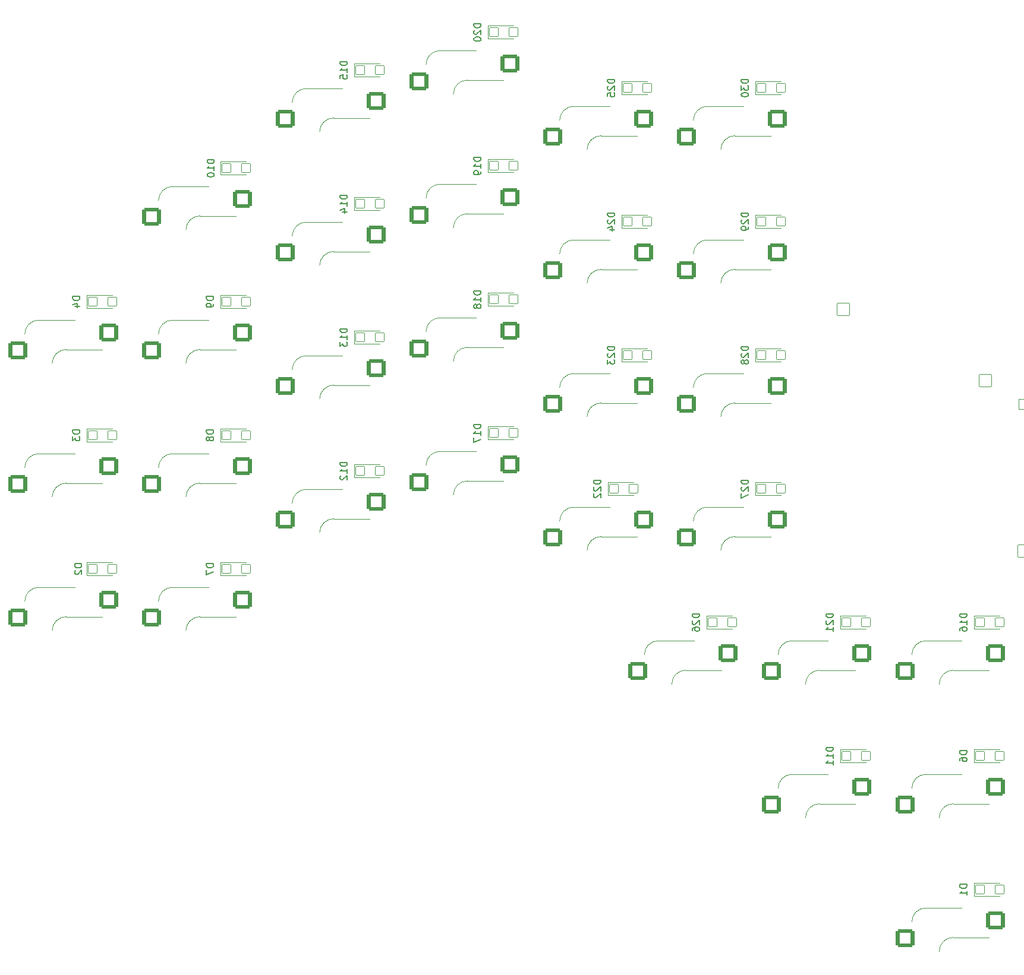
<source format=gbo>
G04 #@! TF.GenerationSoftware,KiCad,Pcbnew,8.0.6-8.0.6-0~ubuntu24.04.1*
G04 #@! TF.CreationDate,2025-02-09T13:09:52-05:00*
G04 #@! TF.ProjectId,keybird_left,6b657962-6972-4645-9f6c-6566742e6b69,rev?*
G04 #@! TF.SameCoordinates,Original*
G04 #@! TF.FileFunction,Legend,Bot*
G04 #@! TF.FilePolarity,Positive*
%FSLAX46Y46*%
G04 Gerber Fmt 4.6, Leading zero omitted, Abs format (unit mm)*
G04 Created by KiCad (PCBNEW 8.0.6-8.0.6-0~ubuntu24.04.1) date 2025-02-09 13:09:52*
%MOMM*%
%LPD*%
G01*
G04 APERTURE LIST*
G04 Aperture macros list*
%AMRoundRect*
0 Rectangle with rounded corners*
0 $1 Rounding radius*
0 $2 $3 $4 $5 $6 $7 $8 $9 X,Y pos of 4 corners*
0 Add a 4 corners polygon primitive as box body*
4,1,4,$2,$3,$4,$5,$6,$7,$8,$9,$2,$3,0*
0 Add four circle primitives for the rounded corners*
1,1,$1+$1,$2,$3*
1,1,$1+$1,$4,$5*
1,1,$1+$1,$6,$7*
1,1,$1+$1,$8,$9*
0 Add four rect primitives between the rounded corners*
20,1,$1+$1,$2,$3,$4,$5,0*
20,1,$1+$1,$4,$5,$6,$7,0*
20,1,$1+$1,$6,$7,$8,$9,0*
20,1,$1+$1,$8,$9,$2,$3,0*%
G04 Aperture macros list end*
%ADD10C,0.150000*%
%ADD11C,0.120000*%
%ADD12RoundRect,0.038000X-0.850000X-0.850000X0.850000X-0.850000X0.850000X0.850000X-0.850000X0.850000X0*%
%ADD13O,1.776000X1.776000*%
%ADD14C,2.576000*%
%ADD15C,1.826000*%
%ADD16C,3.126000*%
%ADD17C,4.076000*%
%ADD18RoundRect,0.257600X-1.055400X-1.030400X1.055400X-1.030400X1.055400X1.030400X-1.055400X1.030400X0*%
%ADD19RoundRect,0.038000X0.750000X-0.750000X0.750000X0.750000X-0.750000X0.750000X-0.750000X-0.750000X0*%
%ADD20C,1.676000*%
%ADD21RoundRect,0.038000X0.850000X0.850000X-0.850000X0.850000X-0.850000X-0.850000X0.850000X-0.850000X0*%
%ADD22RoundRect,0.038000X-0.600000X-0.600000X0.600000X-0.600000X0.600000X0.600000X-0.600000X0.600000X0*%
G04 APERTURE END LIST*
D10*
X50997922Y-111649073D02*
X49997922Y-111649073D01*
X49997922Y-111649073D02*
X49997922Y-111887168D01*
X49997922Y-111887168D02*
X50045541Y-112030025D01*
X50045541Y-112030025D02*
X50140779Y-112125263D01*
X50140779Y-112125263D02*
X50236017Y-112172882D01*
X50236017Y-112172882D02*
X50426493Y-112220501D01*
X50426493Y-112220501D02*
X50569350Y-112220501D01*
X50569350Y-112220501D02*
X50759826Y-112172882D01*
X50759826Y-112172882D02*
X50855064Y-112125263D01*
X50855064Y-112125263D02*
X50950303Y-112030025D01*
X50950303Y-112030025D02*
X50997922Y-111887168D01*
X50997922Y-111887168D02*
X50997922Y-111649073D01*
X49997922Y-112553835D02*
X49997922Y-113220501D01*
X49997922Y-113220501D02*
X50997922Y-112791930D01*
X89097922Y-53705382D02*
X88097922Y-53705382D01*
X88097922Y-53705382D02*
X88097922Y-53943477D01*
X88097922Y-53943477D02*
X88145541Y-54086334D01*
X88145541Y-54086334D02*
X88240779Y-54181572D01*
X88240779Y-54181572D02*
X88336017Y-54229191D01*
X88336017Y-54229191D02*
X88526493Y-54276810D01*
X88526493Y-54276810D02*
X88669350Y-54276810D01*
X88669350Y-54276810D02*
X88859826Y-54229191D01*
X88859826Y-54229191D02*
X88955064Y-54181572D01*
X88955064Y-54181572D02*
X89050303Y-54086334D01*
X89050303Y-54086334D02*
X89097922Y-53943477D01*
X89097922Y-53943477D02*
X89097922Y-53705382D01*
X89097922Y-55229191D02*
X89097922Y-54657763D01*
X89097922Y-54943477D02*
X88097922Y-54943477D01*
X88097922Y-54943477D02*
X88240779Y-54848239D01*
X88240779Y-54848239D02*
X88336017Y-54753001D01*
X88336017Y-54753001D02*
X88383636Y-54657763D01*
X89097922Y-55705382D02*
X89097922Y-55895858D01*
X89097922Y-55895858D02*
X89050303Y-55991096D01*
X89050303Y-55991096D02*
X89002683Y-56038715D01*
X89002683Y-56038715D02*
X88859826Y-56133953D01*
X88859826Y-56133953D02*
X88669350Y-56181572D01*
X88669350Y-56181572D02*
X88288398Y-56181572D01*
X88288398Y-56181572D02*
X88193160Y-56133953D01*
X88193160Y-56133953D02*
X88145541Y-56086334D01*
X88145541Y-56086334D02*
X88097922Y-55991096D01*
X88097922Y-55991096D02*
X88097922Y-55800620D01*
X88097922Y-55800620D02*
X88145541Y-55705382D01*
X88145541Y-55705382D02*
X88193160Y-55657763D01*
X88193160Y-55657763D02*
X88288398Y-55610144D01*
X88288398Y-55610144D02*
X88526493Y-55610144D01*
X88526493Y-55610144D02*
X88621731Y-55657763D01*
X88621731Y-55657763D02*
X88669350Y-55705382D01*
X88669350Y-55705382D02*
X88716969Y-55800620D01*
X88716969Y-55800620D02*
X88716969Y-55991096D01*
X88716969Y-55991096D02*
X88669350Y-56086334D01*
X88669350Y-56086334D02*
X88621731Y-56133953D01*
X88621731Y-56133953D02*
X88526493Y-56181572D01*
X70047922Y-40052882D02*
X69047922Y-40052882D01*
X69047922Y-40052882D02*
X69047922Y-40290977D01*
X69047922Y-40290977D02*
X69095541Y-40433834D01*
X69095541Y-40433834D02*
X69190779Y-40529072D01*
X69190779Y-40529072D02*
X69286017Y-40576691D01*
X69286017Y-40576691D02*
X69476493Y-40624310D01*
X69476493Y-40624310D02*
X69619350Y-40624310D01*
X69619350Y-40624310D02*
X69809826Y-40576691D01*
X69809826Y-40576691D02*
X69905064Y-40529072D01*
X69905064Y-40529072D02*
X70000303Y-40433834D01*
X70000303Y-40433834D02*
X70047922Y-40290977D01*
X70047922Y-40290977D02*
X70047922Y-40052882D01*
X70047922Y-41576691D02*
X70047922Y-41005263D01*
X70047922Y-41290977D02*
X69047922Y-41290977D01*
X69047922Y-41290977D02*
X69190779Y-41195739D01*
X69190779Y-41195739D02*
X69286017Y-41100501D01*
X69286017Y-41100501D02*
X69333636Y-41005263D01*
X69047922Y-42481453D02*
X69047922Y-42005263D01*
X69047922Y-42005263D02*
X69524112Y-41957644D01*
X69524112Y-41957644D02*
X69476493Y-42005263D01*
X69476493Y-42005263D02*
X69428874Y-42100501D01*
X69428874Y-42100501D02*
X69428874Y-42338596D01*
X69428874Y-42338596D02*
X69476493Y-42433834D01*
X69476493Y-42433834D02*
X69524112Y-42481453D01*
X69524112Y-42481453D02*
X69619350Y-42529072D01*
X69619350Y-42529072D02*
X69857445Y-42529072D01*
X69857445Y-42529072D02*
X69952683Y-42481453D01*
X69952683Y-42481453D02*
X70000303Y-42433834D01*
X70000303Y-42433834D02*
X70047922Y-42338596D01*
X70047922Y-42338596D02*
X70047922Y-42100501D01*
X70047922Y-42100501D02*
X70000303Y-42005263D01*
X70000303Y-42005263D02*
X69952683Y-41957644D01*
X89097922Y-91805382D02*
X88097922Y-91805382D01*
X88097922Y-91805382D02*
X88097922Y-92043477D01*
X88097922Y-92043477D02*
X88145541Y-92186334D01*
X88145541Y-92186334D02*
X88240779Y-92281572D01*
X88240779Y-92281572D02*
X88336017Y-92329191D01*
X88336017Y-92329191D02*
X88526493Y-92376810D01*
X88526493Y-92376810D02*
X88669350Y-92376810D01*
X88669350Y-92376810D02*
X88859826Y-92329191D01*
X88859826Y-92329191D02*
X88955064Y-92281572D01*
X88955064Y-92281572D02*
X89050303Y-92186334D01*
X89050303Y-92186334D02*
X89097922Y-92043477D01*
X89097922Y-92043477D02*
X89097922Y-91805382D01*
X89097922Y-93329191D02*
X89097922Y-92757763D01*
X89097922Y-93043477D02*
X88097922Y-93043477D01*
X88097922Y-93043477D02*
X88240779Y-92948239D01*
X88240779Y-92948239D02*
X88336017Y-92853001D01*
X88336017Y-92853001D02*
X88383636Y-92757763D01*
X88097922Y-93662525D02*
X88097922Y-94329191D01*
X88097922Y-94329191D02*
X89097922Y-93900620D01*
X108147922Y-61642882D02*
X107147922Y-61642882D01*
X107147922Y-61642882D02*
X107147922Y-61880977D01*
X107147922Y-61880977D02*
X107195541Y-62023834D01*
X107195541Y-62023834D02*
X107290779Y-62119072D01*
X107290779Y-62119072D02*
X107386017Y-62166691D01*
X107386017Y-62166691D02*
X107576493Y-62214310D01*
X107576493Y-62214310D02*
X107719350Y-62214310D01*
X107719350Y-62214310D02*
X107909826Y-62166691D01*
X107909826Y-62166691D02*
X108005064Y-62119072D01*
X108005064Y-62119072D02*
X108100303Y-62023834D01*
X108100303Y-62023834D02*
X108147922Y-61880977D01*
X108147922Y-61880977D02*
X108147922Y-61642882D01*
X107243160Y-62595263D02*
X107195541Y-62642882D01*
X107195541Y-62642882D02*
X107147922Y-62738120D01*
X107147922Y-62738120D02*
X107147922Y-62976215D01*
X107147922Y-62976215D02*
X107195541Y-63071453D01*
X107195541Y-63071453D02*
X107243160Y-63119072D01*
X107243160Y-63119072D02*
X107338398Y-63166691D01*
X107338398Y-63166691D02*
X107433636Y-63166691D01*
X107433636Y-63166691D02*
X107576493Y-63119072D01*
X107576493Y-63119072D02*
X108147922Y-62547644D01*
X108147922Y-62547644D02*
X108147922Y-63166691D01*
X107481255Y-64023834D02*
X108147922Y-64023834D01*
X107100303Y-63785739D02*
X107814588Y-63547644D01*
X107814588Y-63547644D02*
X107814588Y-64166691D01*
X108147922Y-42592882D02*
X107147922Y-42592882D01*
X107147922Y-42592882D02*
X107147922Y-42830977D01*
X107147922Y-42830977D02*
X107195541Y-42973834D01*
X107195541Y-42973834D02*
X107290779Y-43069072D01*
X107290779Y-43069072D02*
X107386017Y-43116691D01*
X107386017Y-43116691D02*
X107576493Y-43164310D01*
X107576493Y-43164310D02*
X107719350Y-43164310D01*
X107719350Y-43164310D02*
X107909826Y-43116691D01*
X107909826Y-43116691D02*
X108005064Y-43069072D01*
X108005064Y-43069072D02*
X108100303Y-42973834D01*
X108100303Y-42973834D02*
X108147922Y-42830977D01*
X108147922Y-42830977D02*
X108147922Y-42592882D01*
X107243160Y-43545263D02*
X107195541Y-43592882D01*
X107195541Y-43592882D02*
X107147922Y-43688120D01*
X107147922Y-43688120D02*
X107147922Y-43926215D01*
X107147922Y-43926215D02*
X107195541Y-44021453D01*
X107195541Y-44021453D02*
X107243160Y-44069072D01*
X107243160Y-44069072D02*
X107338398Y-44116691D01*
X107338398Y-44116691D02*
X107433636Y-44116691D01*
X107433636Y-44116691D02*
X107576493Y-44069072D01*
X107576493Y-44069072D02*
X108147922Y-43497644D01*
X108147922Y-43497644D02*
X108147922Y-44116691D01*
X107147922Y-45021453D02*
X107147922Y-44545263D01*
X107147922Y-44545263D02*
X107624112Y-44497644D01*
X107624112Y-44497644D02*
X107576493Y-44545263D01*
X107576493Y-44545263D02*
X107528874Y-44640501D01*
X107528874Y-44640501D02*
X107528874Y-44878596D01*
X107528874Y-44878596D02*
X107576493Y-44973834D01*
X107576493Y-44973834D02*
X107624112Y-45021453D01*
X107624112Y-45021453D02*
X107719350Y-45069072D01*
X107719350Y-45069072D02*
X107957445Y-45069072D01*
X107957445Y-45069072D02*
X108052683Y-45021453D01*
X108052683Y-45021453D02*
X108100303Y-44973834D01*
X108100303Y-44973834D02*
X108147922Y-44878596D01*
X108147922Y-44878596D02*
X108147922Y-44640501D01*
X108147922Y-44640501D02*
X108100303Y-44545263D01*
X108100303Y-44545263D02*
X108052683Y-44497644D01*
X50997922Y-73549073D02*
X49997922Y-73549073D01*
X49997922Y-73549073D02*
X49997922Y-73787168D01*
X49997922Y-73787168D02*
X50045541Y-73930025D01*
X50045541Y-73930025D02*
X50140779Y-74025263D01*
X50140779Y-74025263D02*
X50236017Y-74072882D01*
X50236017Y-74072882D02*
X50426493Y-74120501D01*
X50426493Y-74120501D02*
X50569350Y-74120501D01*
X50569350Y-74120501D02*
X50759826Y-74072882D01*
X50759826Y-74072882D02*
X50855064Y-74025263D01*
X50855064Y-74025263D02*
X50950303Y-73930025D01*
X50950303Y-73930025D02*
X50997922Y-73787168D01*
X50997922Y-73787168D02*
X50997922Y-73549073D01*
X50997922Y-74596692D02*
X50997922Y-74787168D01*
X50997922Y-74787168D02*
X50950303Y-74882406D01*
X50950303Y-74882406D02*
X50902683Y-74930025D01*
X50902683Y-74930025D02*
X50759826Y-75025263D01*
X50759826Y-75025263D02*
X50569350Y-75072882D01*
X50569350Y-75072882D02*
X50188398Y-75072882D01*
X50188398Y-75072882D02*
X50093160Y-75025263D01*
X50093160Y-75025263D02*
X50045541Y-74977644D01*
X50045541Y-74977644D02*
X49997922Y-74882406D01*
X49997922Y-74882406D02*
X49997922Y-74691930D01*
X49997922Y-74691930D02*
X50045541Y-74596692D01*
X50045541Y-74596692D02*
X50093160Y-74549073D01*
X50093160Y-74549073D02*
X50188398Y-74501454D01*
X50188398Y-74501454D02*
X50426493Y-74501454D01*
X50426493Y-74501454D02*
X50521731Y-74549073D01*
X50521731Y-74549073D02*
X50569350Y-74596692D01*
X50569350Y-74596692D02*
X50616969Y-74691930D01*
X50616969Y-74691930D02*
X50616969Y-74882406D01*
X50616969Y-74882406D02*
X50569350Y-74977644D01*
X50569350Y-74977644D02*
X50521731Y-75025263D01*
X50521731Y-75025263D02*
X50426493Y-75072882D01*
X51104712Y-54013218D02*
X50104712Y-54013218D01*
X50104712Y-54013218D02*
X50104712Y-54251313D01*
X50104712Y-54251313D02*
X50152331Y-54394170D01*
X50152331Y-54394170D02*
X50247569Y-54489408D01*
X50247569Y-54489408D02*
X50342807Y-54537027D01*
X50342807Y-54537027D02*
X50533283Y-54584646D01*
X50533283Y-54584646D02*
X50676140Y-54584646D01*
X50676140Y-54584646D02*
X50866616Y-54537027D01*
X50866616Y-54537027D02*
X50961854Y-54489408D01*
X50961854Y-54489408D02*
X51057093Y-54394170D01*
X51057093Y-54394170D02*
X51104712Y-54251313D01*
X51104712Y-54251313D02*
X51104712Y-54013218D01*
X51104712Y-55537027D02*
X51104712Y-54965599D01*
X51104712Y-55251313D02*
X50104712Y-55251313D01*
X50104712Y-55251313D02*
X50247569Y-55156075D01*
X50247569Y-55156075D02*
X50342807Y-55060837D01*
X50342807Y-55060837D02*
X50390426Y-54965599D01*
X50104712Y-56156075D02*
X50104712Y-56251313D01*
X50104712Y-56251313D02*
X50152331Y-56346551D01*
X50152331Y-56346551D02*
X50199950Y-56394170D01*
X50199950Y-56394170D02*
X50295188Y-56441789D01*
X50295188Y-56441789D02*
X50485664Y-56489408D01*
X50485664Y-56489408D02*
X50723759Y-56489408D01*
X50723759Y-56489408D02*
X50914235Y-56441789D01*
X50914235Y-56441789D02*
X51009473Y-56394170D01*
X51009473Y-56394170D02*
X51057093Y-56346551D01*
X51057093Y-56346551D02*
X51104712Y-56251313D01*
X51104712Y-56251313D02*
X51104712Y-56156075D01*
X51104712Y-56156075D02*
X51057093Y-56060837D01*
X51057093Y-56060837D02*
X51009473Y-56013218D01*
X51009473Y-56013218D02*
X50914235Y-55965599D01*
X50914235Y-55965599D02*
X50723759Y-55917980D01*
X50723759Y-55917980D02*
X50485664Y-55917980D01*
X50485664Y-55917980D02*
X50295188Y-55965599D01*
X50295188Y-55965599D02*
X50199950Y-56013218D01*
X50199950Y-56013218D02*
X50152331Y-56060837D01*
X50152331Y-56060837D02*
X50104712Y-56156075D01*
X70047922Y-97202882D02*
X69047922Y-97202882D01*
X69047922Y-97202882D02*
X69047922Y-97440977D01*
X69047922Y-97440977D02*
X69095541Y-97583834D01*
X69095541Y-97583834D02*
X69190779Y-97679072D01*
X69190779Y-97679072D02*
X69286017Y-97726691D01*
X69286017Y-97726691D02*
X69476493Y-97774310D01*
X69476493Y-97774310D02*
X69619350Y-97774310D01*
X69619350Y-97774310D02*
X69809826Y-97726691D01*
X69809826Y-97726691D02*
X69905064Y-97679072D01*
X69905064Y-97679072D02*
X70000303Y-97583834D01*
X70000303Y-97583834D02*
X70047922Y-97440977D01*
X70047922Y-97440977D02*
X70047922Y-97202882D01*
X70047922Y-98726691D02*
X70047922Y-98155263D01*
X70047922Y-98440977D02*
X69047922Y-98440977D01*
X69047922Y-98440977D02*
X69190779Y-98345739D01*
X69190779Y-98345739D02*
X69286017Y-98250501D01*
X69286017Y-98250501D02*
X69333636Y-98155263D01*
X69143160Y-99107644D02*
X69095541Y-99155263D01*
X69095541Y-99155263D02*
X69047922Y-99250501D01*
X69047922Y-99250501D02*
X69047922Y-99488596D01*
X69047922Y-99488596D02*
X69095541Y-99583834D01*
X69095541Y-99583834D02*
X69143160Y-99631453D01*
X69143160Y-99631453D02*
X69238398Y-99679072D01*
X69238398Y-99679072D02*
X69333636Y-99679072D01*
X69333636Y-99679072D02*
X69476493Y-99631453D01*
X69476493Y-99631453D02*
X70047922Y-99060025D01*
X70047922Y-99060025D02*
X70047922Y-99679072D01*
X31947922Y-92599073D02*
X30947922Y-92599073D01*
X30947922Y-92599073D02*
X30947922Y-92837168D01*
X30947922Y-92837168D02*
X30995541Y-92980025D01*
X30995541Y-92980025D02*
X31090779Y-93075263D01*
X31090779Y-93075263D02*
X31186017Y-93122882D01*
X31186017Y-93122882D02*
X31376493Y-93170501D01*
X31376493Y-93170501D02*
X31519350Y-93170501D01*
X31519350Y-93170501D02*
X31709826Y-93122882D01*
X31709826Y-93122882D02*
X31805064Y-93075263D01*
X31805064Y-93075263D02*
X31900303Y-92980025D01*
X31900303Y-92980025D02*
X31947922Y-92837168D01*
X31947922Y-92837168D02*
X31947922Y-92599073D01*
X30947922Y-93503835D02*
X30947922Y-94122882D01*
X30947922Y-94122882D02*
X31328874Y-93789549D01*
X31328874Y-93789549D02*
X31328874Y-93932406D01*
X31328874Y-93932406D02*
X31376493Y-94027644D01*
X31376493Y-94027644D02*
X31424112Y-94075263D01*
X31424112Y-94075263D02*
X31519350Y-94122882D01*
X31519350Y-94122882D02*
X31757445Y-94122882D01*
X31757445Y-94122882D02*
X31852683Y-94075263D01*
X31852683Y-94075263D02*
X31900303Y-94027644D01*
X31900303Y-94027644D02*
X31947922Y-93932406D01*
X31947922Y-93932406D02*
X31947922Y-93646692D01*
X31947922Y-93646692D02*
X31900303Y-93551454D01*
X31900303Y-93551454D02*
X31852683Y-93503835D01*
X158312922Y-118792882D02*
X157312922Y-118792882D01*
X157312922Y-118792882D02*
X157312922Y-119030977D01*
X157312922Y-119030977D02*
X157360541Y-119173834D01*
X157360541Y-119173834D02*
X157455779Y-119269072D01*
X157455779Y-119269072D02*
X157551017Y-119316691D01*
X157551017Y-119316691D02*
X157741493Y-119364310D01*
X157741493Y-119364310D02*
X157884350Y-119364310D01*
X157884350Y-119364310D02*
X158074826Y-119316691D01*
X158074826Y-119316691D02*
X158170064Y-119269072D01*
X158170064Y-119269072D02*
X158265303Y-119173834D01*
X158265303Y-119173834D02*
X158312922Y-119030977D01*
X158312922Y-119030977D02*
X158312922Y-118792882D01*
X158312922Y-120316691D02*
X158312922Y-119745263D01*
X158312922Y-120030977D02*
X157312922Y-120030977D01*
X157312922Y-120030977D02*
X157455779Y-119935739D01*
X157455779Y-119935739D02*
X157551017Y-119840501D01*
X157551017Y-119840501D02*
X157598636Y-119745263D01*
X157312922Y-121173834D02*
X157312922Y-120983358D01*
X157312922Y-120983358D02*
X157360541Y-120888120D01*
X157360541Y-120888120D02*
X157408160Y-120840501D01*
X157408160Y-120840501D02*
X157551017Y-120745263D01*
X157551017Y-120745263D02*
X157741493Y-120697644D01*
X157741493Y-120697644D02*
X158122445Y-120697644D01*
X158122445Y-120697644D02*
X158217683Y-120745263D01*
X158217683Y-120745263D02*
X158265303Y-120792882D01*
X158265303Y-120792882D02*
X158312922Y-120888120D01*
X158312922Y-120888120D02*
X158312922Y-121078596D01*
X158312922Y-121078596D02*
X158265303Y-121173834D01*
X158265303Y-121173834D02*
X158217683Y-121221453D01*
X158217683Y-121221453D02*
X158122445Y-121269072D01*
X158122445Y-121269072D02*
X157884350Y-121269072D01*
X157884350Y-121269072D02*
X157789112Y-121221453D01*
X157789112Y-121221453D02*
X157741493Y-121173834D01*
X157741493Y-121173834D02*
X157693874Y-121078596D01*
X157693874Y-121078596D02*
X157693874Y-120888120D01*
X157693874Y-120888120D02*
X157741493Y-120792882D01*
X157741493Y-120792882D02*
X157789112Y-120745263D01*
X157789112Y-120745263D02*
X157884350Y-120697644D01*
X127197922Y-99742882D02*
X126197922Y-99742882D01*
X126197922Y-99742882D02*
X126197922Y-99980977D01*
X126197922Y-99980977D02*
X126245541Y-100123834D01*
X126245541Y-100123834D02*
X126340779Y-100219072D01*
X126340779Y-100219072D02*
X126436017Y-100266691D01*
X126436017Y-100266691D02*
X126626493Y-100314310D01*
X126626493Y-100314310D02*
X126769350Y-100314310D01*
X126769350Y-100314310D02*
X126959826Y-100266691D01*
X126959826Y-100266691D02*
X127055064Y-100219072D01*
X127055064Y-100219072D02*
X127150303Y-100123834D01*
X127150303Y-100123834D02*
X127197922Y-99980977D01*
X127197922Y-99980977D02*
X127197922Y-99742882D01*
X126293160Y-100695263D02*
X126245541Y-100742882D01*
X126245541Y-100742882D02*
X126197922Y-100838120D01*
X126197922Y-100838120D02*
X126197922Y-101076215D01*
X126197922Y-101076215D02*
X126245541Y-101171453D01*
X126245541Y-101171453D02*
X126293160Y-101219072D01*
X126293160Y-101219072D02*
X126388398Y-101266691D01*
X126388398Y-101266691D02*
X126483636Y-101266691D01*
X126483636Y-101266691D02*
X126626493Y-101219072D01*
X126626493Y-101219072D02*
X127197922Y-100647644D01*
X127197922Y-100647644D02*
X127197922Y-101266691D01*
X126197922Y-101600025D02*
X126197922Y-102266691D01*
X126197922Y-102266691D02*
X127197922Y-101838120D01*
X70047922Y-78152882D02*
X69047922Y-78152882D01*
X69047922Y-78152882D02*
X69047922Y-78390977D01*
X69047922Y-78390977D02*
X69095541Y-78533834D01*
X69095541Y-78533834D02*
X69190779Y-78629072D01*
X69190779Y-78629072D02*
X69286017Y-78676691D01*
X69286017Y-78676691D02*
X69476493Y-78724310D01*
X69476493Y-78724310D02*
X69619350Y-78724310D01*
X69619350Y-78724310D02*
X69809826Y-78676691D01*
X69809826Y-78676691D02*
X69905064Y-78629072D01*
X69905064Y-78629072D02*
X70000303Y-78533834D01*
X70000303Y-78533834D02*
X70047922Y-78390977D01*
X70047922Y-78390977D02*
X70047922Y-78152882D01*
X70047922Y-79676691D02*
X70047922Y-79105263D01*
X70047922Y-79390977D02*
X69047922Y-79390977D01*
X69047922Y-79390977D02*
X69190779Y-79295739D01*
X69190779Y-79295739D02*
X69286017Y-79200501D01*
X69286017Y-79200501D02*
X69333636Y-79105263D01*
X69047922Y-80010025D02*
X69047922Y-80629072D01*
X69047922Y-80629072D02*
X69428874Y-80295739D01*
X69428874Y-80295739D02*
X69428874Y-80438596D01*
X69428874Y-80438596D02*
X69476493Y-80533834D01*
X69476493Y-80533834D02*
X69524112Y-80581453D01*
X69524112Y-80581453D02*
X69619350Y-80629072D01*
X69619350Y-80629072D02*
X69857445Y-80629072D01*
X69857445Y-80629072D02*
X69952683Y-80581453D01*
X69952683Y-80581453D02*
X70000303Y-80533834D01*
X70000303Y-80533834D02*
X70047922Y-80438596D01*
X70047922Y-80438596D02*
X70047922Y-80152882D01*
X70047922Y-80152882D02*
X70000303Y-80057644D01*
X70000303Y-80057644D02*
X69952683Y-80010025D01*
X127197922Y-61642882D02*
X126197922Y-61642882D01*
X126197922Y-61642882D02*
X126197922Y-61880977D01*
X126197922Y-61880977D02*
X126245541Y-62023834D01*
X126245541Y-62023834D02*
X126340779Y-62119072D01*
X126340779Y-62119072D02*
X126436017Y-62166691D01*
X126436017Y-62166691D02*
X126626493Y-62214310D01*
X126626493Y-62214310D02*
X126769350Y-62214310D01*
X126769350Y-62214310D02*
X126959826Y-62166691D01*
X126959826Y-62166691D02*
X127055064Y-62119072D01*
X127055064Y-62119072D02*
X127150303Y-62023834D01*
X127150303Y-62023834D02*
X127197922Y-61880977D01*
X127197922Y-61880977D02*
X127197922Y-61642882D01*
X126293160Y-62595263D02*
X126245541Y-62642882D01*
X126245541Y-62642882D02*
X126197922Y-62738120D01*
X126197922Y-62738120D02*
X126197922Y-62976215D01*
X126197922Y-62976215D02*
X126245541Y-63071453D01*
X126245541Y-63071453D02*
X126293160Y-63119072D01*
X126293160Y-63119072D02*
X126388398Y-63166691D01*
X126388398Y-63166691D02*
X126483636Y-63166691D01*
X126483636Y-63166691D02*
X126626493Y-63119072D01*
X126626493Y-63119072D02*
X127197922Y-62547644D01*
X127197922Y-62547644D02*
X127197922Y-63166691D01*
X127197922Y-63642882D02*
X127197922Y-63833358D01*
X127197922Y-63833358D02*
X127150303Y-63928596D01*
X127150303Y-63928596D02*
X127102683Y-63976215D01*
X127102683Y-63976215D02*
X126959826Y-64071453D01*
X126959826Y-64071453D02*
X126769350Y-64119072D01*
X126769350Y-64119072D02*
X126388398Y-64119072D01*
X126388398Y-64119072D02*
X126293160Y-64071453D01*
X126293160Y-64071453D02*
X126245541Y-64023834D01*
X126245541Y-64023834D02*
X126197922Y-63928596D01*
X126197922Y-63928596D02*
X126197922Y-63738120D01*
X126197922Y-63738120D02*
X126245541Y-63642882D01*
X126245541Y-63642882D02*
X126293160Y-63595263D01*
X126293160Y-63595263D02*
X126388398Y-63547644D01*
X126388398Y-63547644D02*
X126626493Y-63547644D01*
X126626493Y-63547644D02*
X126721731Y-63595263D01*
X126721731Y-63595263D02*
X126769350Y-63642882D01*
X126769350Y-63642882D02*
X126816969Y-63738120D01*
X126816969Y-63738120D02*
X126816969Y-63928596D01*
X126816969Y-63928596D02*
X126769350Y-64023834D01*
X126769350Y-64023834D02*
X126721731Y-64071453D01*
X126721731Y-64071453D02*
X126626493Y-64119072D01*
X89097922Y-34655382D02*
X88097922Y-34655382D01*
X88097922Y-34655382D02*
X88097922Y-34893477D01*
X88097922Y-34893477D02*
X88145541Y-35036334D01*
X88145541Y-35036334D02*
X88240779Y-35131572D01*
X88240779Y-35131572D02*
X88336017Y-35179191D01*
X88336017Y-35179191D02*
X88526493Y-35226810D01*
X88526493Y-35226810D02*
X88669350Y-35226810D01*
X88669350Y-35226810D02*
X88859826Y-35179191D01*
X88859826Y-35179191D02*
X88955064Y-35131572D01*
X88955064Y-35131572D02*
X89050303Y-35036334D01*
X89050303Y-35036334D02*
X89097922Y-34893477D01*
X89097922Y-34893477D02*
X89097922Y-34655382D01*
X88193160Y-35607763D02*
X88145541Y-35655382D01*
X88145541Y-35655382D02*
X88097922Y-35750620D01*
X88097922Y-35750620D02*
X88097922Y-35988715D01*
X88097922Y-35988715D02*
X88145541Y-36083953D01*
X88145541Y-36083953D02*
X88193160Y-36131572D01*
X88193160Y-36131572D02*
X88288398Y-36179191D01*
X88288398Y-36179191D02*
X88383636Y-36179191D01*
X88383636Y-36179191D02*
X88526493Y-36131572D01*
X88526493Y-36131572D02*
X89097922Y-35560144D01*
X89097922Y-35560144D02*
X89097922Y-36179191D01*
X88097922Y-36798239D02*
X88097922Y-36893477D01*
X88097922Y-36893477D02*
X88145541Y-36988715D01*
X88145541Y-36988715D02*
X88193160Y-37036334D01*
X88193160Y-37036334D02*
X88288398Y-37083953D01*
X88288398Y-37083953D02*
X88478874Y-37131572D01*
X88478874Y-37131572D02*
X88716969Y-37131572D01*
X88716969Y-37131572D02*
X88907445Y-37083953D01*
X88907445Y-37083953D02*
X89002683Y-37036334D01*
X89002683Y-37036334D02*
X89050303Y-36988715D01*
X89050303Y-36988715D02*
X89097922Y-36893477D01*
X89097922Y-36893477D02*
X89097922Y-36798239D01*
X89097922Y-36798239D02*
X89050303Y-36703001D01*
X89050303Y-36703001D02*
X89002683Y-36655382D01*
X89002683Y-36655382D02*
X88907445Y-36607763D01*
X88907445Y-36607763D02*
X88716969Y-36560144D01*
X88716969Y-36560144D02*
X88478874Y-36560144D01*
X88478874Y-36560144D02*
X88288398Y-36607763D01*
X88288398Y-36607763D02*
X88193160Y-36655382D01*
X88193160Y-36655382D02*
X88145541Y-36703001D01*
X88145541Y-36703001D02*
X88097922Y-36798239D01*
X139262922Y-118792882D02*
X138262922Y-118792882D01*
X138262922Y-118792882D02*
X138262922Y-119030977D01*
X138262922Y-119030977D02*
X138310541Y-119173834D01*
X138310541Y-119173834D02*
X138405779Y-119269072D01*
X138405779Y-119269072D02*
X138501017Y-119316691D01*
X138501017Y-119316691D02*
X138691493Y-119364310D01*
X138691493Y-119364310D02*
X138834350Y-119364310D01*
X138834350Y-119364310D02*
X139024826Y-119316691D01*
X139024826Y-119316691D02*
X139120064Y-119269072D01*
X139120064Y-119269072D02*
X139215303Y-119173834D01*
X139215303Y-119173834D02*
X139262922Y-119030977D01*
X139262922Y-119030977D02*
X139262922Y-118792882D01*
X138358160Y-119745263D02*
X138310541Y-119792882D01*
X138310541Y-119792882D02*
X138262922Y-119888120D01*
X138262922Y-119888120D02*
X138262922Y-120126215D01*
X138262922Y-120126215D02*
X138310541Y-120221453D01*
X138310541Y-120221453D02*
X138358160Y-120269072D01*
X138358160Y-120269072D02*
X138453398Y-120316691D01*
X138453398Y-120316691D02*
X138548636Y-120316691D01*
X138548636Y-120316691D02*
X138691493Y-120269072D01*
X138691493Y-120269072D02*
X139262922Y-119697644D01*
X139262922Y-119697644D02*
X139262922Y-120316691D01*
X139262922Y-121269072D02*
X139262922Y-120697644D01*
X139262922Y-120983358D02*
X138262922Y-120983358D01*
X138262922Y-120983358D02*
X138405779Y-120888120D01*
X138405779Y-120888120D02*
X138501017Y-120792882D01*
X138501017Y-120792882D02*
X138548636Y-120697644D01*
X32220463Y-111651319D02*
X31220463Y-111651319D01*
X31220463Y-111651319D02*
X31220463Y-111889414D01*
X31220463Y-111889414D02*
X31268082Y-112032271D01*
X31268082Y-112032271D02*
X31363320Y-112127509D01*
X31363320Y-112127509D02*
X31458558Y-112175128D01*
X31458558Y-112175128D02*
X31649034Y-112222747D01*
X31649034Y-112222747D02*
X31791891Y-112222747D01*
X31791891Y-112222747D02*
X31982367Y-112175128D01*
X31982367Y-112175128D02*
X32077605Y-112127509D01*
X32077605Y-112127509D02*
X32172844Y-112032271D01*
X32172844Y-112032271D02*
X32220463Y-111889414D01*
X32220463Y-111889414D02*
X32220463Y-111651319D01*
X31315701Y-112603700D02*
X31268082Y-112651319D01*
X31268082Y-112651319D02*
X31220463Y-112746557D01*
X31220463Y-112746557D02*
X31220463Y-112984652D01*
X31220463Y-112984652D02*
X31268082Y-113079890D01*
X31268082Y-113079890D02*
X31315701Y-113127509D01*
X31315701Y-113127509D02*
X31410939Y-113175128D01*
X31410939Y-113175128D02*
X31506177Y-113175128D01*
X31506177Y-113175128D02*
X31649034Y-113127509D01*
X31649034Y-113127509D02*
X32220463Y-112556081D01*
X32220463Y-112556081D02*
X32220463Y-113175128D01*
X50997922Y-92599073D02*
X49997922Y-92599073D01*
X49997922Y-92599073D02*
X49997922Y-92837168D01*
X49997922Y-92837168D02*
X50045541Y-92980025D01*
X50045541Y-92980025D02*
X50140779Y-93075263D01*
X50140779Y-93075263D02*
X50236017Y-93122882D01*
X50236017Y-93122882D02*
X50426493Y-93170501D01*
X50426493Y-93170501D02*
X50569350Y-93170501D01*
X50569350Y-93170501D02*
X50759826Y-93122882D01*
X50759826Y-93122882D02*
X50855064Y-93075263D01*
X50855064Y-93075263D02*
X50950303Y-92980025D01*
X50950303Y-92980025D02*
X50997922Y-92837168D01*
X50997922Y-92837168D02*
X50997922Y-92599073D01*
X50426493Y-93741930D02*
X50378874Y-93646692D01*
X50378874Y-93646692D02*
X50331255Y-93599073D01*
X50331255Y-93599073D02*
X50236017Y-93551454D01*
X50236017Y-93551454D02*
X50188398Y-93551454D01*
X50188398Y-93551454D02*
X50093160Y-93599073D01*
X50093160Y-93599073D02*
X50045541Y-93646692D01*
X50045541Y-93646692D02*
X49997922Y-93741930D01*
X49997922Y-93741930D02*
X49997922Y-93932406D01*
X49997922Y-93932406D02*
X50045541Y-94027644D01*
X50045541Y-94027644D02*
X50093160Y-94075263D01*
X50093160Y-94075263D02*
X50188398Y-94122882D01*
X50188398Y-94122882D02*
X50236017Y-94122882D01*
X50236017Y-94122882D02*
X50331255Y-94075263D01*
X50331255Y-94075263D02*
X50378874Y-94027644D01*
X50378874Y-94027644D02*
X50426493Y-93932406D01*
X50426493Y-93932406D02*
X50426493Y-93741930D01*
X50426493Y-93741930D02*
X50474112Y-93646692D01*
X50474112Y-93646692D02*
X50521731Y-93599073D01*
X50521731Y-93599073D02*
X50616969Y-93551454D01*
X50616969Y-93551454D02*
X50807445Y-93551454D01*
X50807445Y-93551454D02*
X50902683Y-93599073D01*
X50902683Y-93599073D02*
X50950303Y-93646692D01*
X50950303Y-93646692D02*
X50997922Y-93741930D01*
X50997922Y-93741930D02*
X50997922Y-93932406D01*
X50997922Y-93932406D02*
X50950303Y-94027644D01*
X50950303Y-94027644D02*
X50902683Y-94075263D01*
X50902683Y-94075263D02*
X50807445Y-94122882D01*
X50807445Y-94122882D02*
X50616969Y-94122882D01*
X50616969Y-94122882D02*
X50521731Y-94075263D01*
X50521731Y-94075263D02*
X50474112Y-94027644D01*
X50474112Y-94027644D02*
X50426493Y-93932406D01*
X120212922Y-118792882D02*
X119212922Y-118792882D01*
X119212922Y-118792882D02*
X119212922Y-119030977D01*
X119212922Y-119030977D02*
X119260541Y-119173834D01*
X119260541Y-119173834D02*
X119355779Y-119269072D01*
X119355779Y-119269072D02*
X119451017Y-119316691D01*
X119451017Y-119316691D02*
X119641493Y-119364310D01*
X119641493Y-119364310D02*
X119784350Y-119364310D01*
X119784350Y-119364310D02*
X119974826Y-119316691D01*
X119974826Y-119316691D02*
X120070064Y-119269072D01*
X120070064Y-119269072D02*
X120165303Y-119173834D01*
X120165303Y-119173834D02*
X120212922Y-119030977D01*
X120212922Y-119030977D02*
X120212922Y-118792882D01*
X119308160Y-119745263D02*
X119260541Y-119792882D01*
X119260541Y-119792882D02*
X119212922Y-119888120D01*
X119212922Y-119888120D02*
X119212922Y-120126215D01*
X119212922Y-120126215D02*
X119260541Y-120221453D01*
X119260541Y-120221453D02*
X119308160Y-120269072D01*
X119308160Y-120269072D02*
X119403398Y-120316691D01*
X119403398Y-120316691D02*
X119498636Y-120316691D01*
X119498636Y-120316691D02*
X119641493Y-120269072D01*
X119641493Y-120269072D02*
X120212922Y-119697644D01*
X120212922Y-119697644D02*
X120212922Y-120316691D01*
X119212922Y-121173834D02*
X119212922Y-120983358D01*
X119212922Y-120983358D02*
X119260541Y-120888120D01*
X119260541Y-120888120D02*
X119308160Y-120840501D01*
X119308160Y-120840501D02*
X119451017Y-120745263D01*
X119451017Y-120745263D02*
X119641493Y-120697644D01*
X119641493Y-120697644D02*
X120022445Y-120697644D01*
X120022445Y-120697644D02*
X120117683Y-120745263D01*
X120117683Y-120745263D02*
X120165303Y-120792882D01*
X120165303Y-120792882D02*
X120212922Y-120888120D01*
X120212922Y-120888120D02*
X120212922Y-121078596D01*
X120212922Y-121078596D02*
X120165303Y-121173834D01*
X120165303Y-121173834D02*
X120117683Y-121221453D01*
X120117683Y-121221453D02*
X120022445Y-121269072D01*
X120022445Y-121269072D02*
X119784350Y-121269072D01*
X119784350Y-121269072D02*
X119689112Y-121221453D01*
X119689112Y-121221453D02*
X119641493Y-121173834D01*
X119641493Y-121173834D02*
X119593874Y-121078596D01*
X119593874Y-121078596D02*
X119593874Y-120888120D01*
X119593874Y-120888120D02*
X119641493Y-120792882D01*
X119641493Y-120792882D02*
X119689112Y-120745263D01*
X119689112Y-120745263D02*
X119784350Y-120697644D01*
X139262922Y-137842882D02*
X138262922Y-137842882D01*
X138262922Y-137842882D02*
X138262922Y-138080977D01*
X138262922Y-138080977D02*
X138310541Y-138223834D01*
X138310541Y-138223834D02*
X138405779Y-138319072D01*
X138405779Y-138319072D02*
X138501017Y-138366691D01*
X138501017Y-138366691D02*
X138691493Y-138414310D01*
X138691493Y-138414310D02*
X138834350Y-138414310D01*
X138834350Y-138414310D02*
X139024826Y-138366691D01*
X139024826Y-138366691D02*
X139120064Y-138319072D01*
X139120064Y-138319072D02*
X139215303Y-138223834D01*
X139215303Y-138223834D02*
X139262922Y-138080977D01*
X139262922Y-138080977D02*
X139262922Y-137842882D01*
X139262922Y-139366691D02*
X139262922Y-138795263D01*
X139262922Y-139080977D02*
X138262922Y-139080977D01*
X138262922Y-139080977D02*
X138405779Y-138985739D01*
X138405779Y-138985739D02*
X138501017Y-138890501D01*
X138501017Y-138890501D02*
X138548636Y-138795263D01*
X139262922Y-140319072D02*
X139262922Y-139747644D01*
X139262922Y-140033358D02*
X138262922Y-140033358D01*
X138262922Y-140033358D02*
X138405779Y-139938120D01*
X138405779Y-139938120D02*
X138501017Y-139842882D01*
X138501017Y-139842882D02*
X138548636Y-139747644D01*
X106147922Y-99742882D02*
X105147922Y-99742882D01*
X105147922Y-99742882D02*
X105147922Y-99980977D01*
X105147922Y-99980977D02*
X105195541Y-100123834D01*
X105195541Y-100123834D02*
X105290779Y-100219072D01*
X105290779Y-100219072D02*
X105386017Y-100266691D01*
X105386017Y-100266691D02*
X105576493Y-100314310D01*
X105576493Y-100314310D02*
X105719350Y-100314310D01*
X105719350Y-100314310D02*
X105909826Y-100266691D01*
X105909826Y-100266691D02*
X106005064Y-100219072D01*
X106005064Y-100219072D02*
X106100303Y-100123834D01*
X106100303Y-100123834D02*
X106147922Y-99980977D01*
X106147922Y-99980977D02*
X106147922Y-99742882D01*
X105243160Y-100695263D02*
X105195541Y-100742882D01*
X105195541Y-100742882D02*
X105147922Y-100838120D01*
X105147922Y-100838120D02*
X105147922Y-101076215D01*
X105147922Y-101076215D02*
X105195541Y-101171453D01*
X105195541Y-101171453D02*
X105243160Y-101219072D01*
X105243160Y-101219072D02*
X105338398Y-101266691D01*
X105338398Y-101266691D02*
X105433636Y-101266691D01*
X105433636Y-101266691D02*
X105576493Y-101219072D01*
X105576493Y-101219072D02*
X106147922Y-100647644D01*
X106147922Y-100647644D02*
X106147922Y-101266691D01*
X105243160Y-101647644D02*
X105195541Y-101695263D01*
X105195541Y-101695263D02*
X105147922Y-101790501D01*
X105147922Y-101790501D02*
X105147922Y-102028596D01*
X105147922Y-102028596D02*
X105195541Y-102123834D01*
X105195541Y-102123834D02*
X105243160Y-102171453D01*
X105243160Y-102171453D02*
X105338398Y-102219072D01*
X105338398Y-102219072D02*
X105433636Y-102219072D01*
X105433636Y-102219072D02*
X105576493Y-102171453D01*
X105576493Y-102171453D02*
X106147922Y-101600025D01*
X106147922Y-101600025D02*
X106147922Y-102219072D01*
X89097922Y-72755382D02*
X88097922Y-72755382D01*
X88097922Y-72755382D02*
X88097922Y-72993477D01*
X88097922Y-72993477D02*
X88145541Y-73136334D01*
X88145541Y-73136334D02*
X88240779Y-73231572D01*
X88240779Y-73231572D02*
X88336017Y-73279191D01*
X88336017Y-73279191D02*
X88526493Y-73326810D01*
X88526493Y-73326810D02*
X88669350Y-73326810D01*
X88669350Y-73326810D02*
X88859826Y-73279191D01*
X88859826Y-73279191D02*
X88955064Y-73231572D01*
X88955064Y-73231572D02*
X89050303Y-73136334D01*
X89050303Y-73136334D02*
X89097922Y-72993477D01*
X89097922Y-72993477D02*
X89097922Y-72755382D01*
X89097922Y-74279191D02*
X89097922Y-73707763D01*
X89097922Y-73993477D02*
X88097922Y-73993477D01*
X88097922Y-73993477D02*
X88240779Y-73898239D01*
X88240779Y-73898239D02*
X88336017Y-73803001D01*
X88336017Y-73803001D02*
X88383636Y-73707763D01*
X88526493Y-74850620D02*
X88478874Y-74755382D01*
X88478874Y-74755382D02*
X88431255Y-74707763D01*
X88431255Y-74707763D02*
X88336017Y-74660144D01*
X88336017Y-74660144D02*
X88288398Y-74660144D01*
X88288398Y-74660144D02*
X88193160Y-74707763D01*
X88193160Y-74707763D02*
X88145541Y-74755382D01*
X88145541Y-74755382D02*
X88097922Y-74850620D01*
X88097922Y-74850620D02*
X88097922Y-75041096D01*
X88097922Y-75041096D02*
X88145541Y-75136334D01*
X88145541Y-75136334D02*
X88193160Y-75183953D01*
X88193160Y-75183953D02*
X88288398Y-75231572D01*
X88288398Y-75231572D02*
X88336017Y-75231572D01*
X88336017Y-75231572D02*
X88431255Y-75183953D01*
X88431255Y-75183953D02*
X88478874Y-75136334D01*
X88478874Y-75136334D02*
X88526493Y-75041096D01*
X88526493Y-75041096D02*
X88526493Y-74850620D01*
X88526493Y-74850620D02*
X88574112Y-74755382D01*
X88574112Y-74755382D02*
X88621731Y-74707763D01*
X88621731Y-74707763D02*
X88716969Y-74660144D01*
X88716969Y-74660144D02*
X88907445Y-74660144D01*
X88907445Y-74660144D02*
X89002683Y-74707763D01*
X89002683Y-74707763D02*
X89050303Y-74755382D01*
X89050303Y-74755382D02*
X89097922Y-74850620D01*
X89097922Y-74850620D02*
X89097922Y-75041096D01*
X89097922Y-75041096D02*
X89050303Y-75136334D01*
X89050303Y-75136334D02*
X89002683Y-75183953D01*
X89002683Y-75183953D02*
X88907445Y-75231572D01*
X88907445Y-75231572D02*
X88716969Y-75231572D01*
X88716969Y-75231572D02*
X88621731Y-75183953D01*
X88621731Y-75183953D02*
X88574112Y-75136334D01*
X88574112Y-75136334D02*
X88526493Y-75041096D01*
X127197922Y-42592882D02*
X126197922Y-42592882D01*
X126197922Y-42592882D02*
X126197922Y-42830977D01*
X126197922Y-42830977D02*
X126245541Y-42973834D01*
X126245541Y-42973834D02*
X126340779Y-43069072D01*
X126340779Y-43069072D02*
X126436017Y-43116691D01*
X126436017Y-43116691D02*
X126626493Y-43164310D01*
X126626493Y-43164310D02*
X126769350Y-43164310D01*
X126769350Y-43164310D02*
X126959826Y-43116691D01*
X126959826Y-43116691D02*
X127055064Y-43069072D01*
X127055064Y-43069072D02*
X127150303Y-42973834D01*
X127150303Y-42973834D02*
X127197922Y-42830977D01*
X127197922Y-42830977D02*
X127197922Y-42592882D01*
X126197922Y-43497644D02*
X126197922Y-44116691D01*
X126197922Y-44116691D02*
X126578874Y-43783358D01*
X126578874Y-43783358D02*
X126578874Y-43926215D01*
X126578874Y-43926215D02*
X126626493Y-44021453D01*
X126626493Y-44021453D02*
X126674112Y-44069072D01*
X126674112Y-44069072D02*
X126769350Y-44116691D01*
X126769350Y-44116691D02*
X127007445Y-44116691D01*
X127007445Y-44116691D02*
X127102683Y-44069072D01*
X127102683Y-44069072D02*
X127150303Y-44021453D01*
X127150303Y-44021453D02*
X127197922Y-43926215D01*
X127197922Y-43926215D02*
X127197922Y-43640501D01*
X127197922Y-43640501D02*
X127150303Y-43545263D01*
X127150303Y-43545263D02*
X127102683Y-43497644D01*
X126197922Y-44735739D02*
X126197922Y-44830977D01*
X126197922Y-44830977D02*
X126245541Y-44926215D01*
X126245541Y-44926215D02*
X126293160Y-44973834D01*
X126293160Y-44973834D02*
X126388398Y-45021453D01*
X126388398Y-45021453D02*
X126578874Y-45069072D01*
X126578874Y-45069072D02*
X126816969Y-45069072D01*
X126816969Y-45069072D02*
X127007445Y-45021453D01*
X127007445Y-45021453D02*
X127102683Y-44973834D01*
X127102683Y-44973834D02*
X127150303Y-44926215D01*
X127150303Y-44926215D02*
X127197922Y-44830977D01*
X127197922Y-44830977D02*
X127197922Y-44735739D01*
X127197922Y-44735739D02*
X127150303Y-44640501D01*
X127150303Y-44640501D02*
X127102683Y-44592882D01*
X127102683Y-44592882D02*
X127007445Y-44545263D01*
X127007445Y-44545263D02*
X126816969Y-44497644D01*
X126816969Y-44497644D02*
X126578874Y-44497644D01*
X126578874Y-44497644D02*
X126388398Y-44545263D01*
X126388398Y-44545263D02*
X126293160Y-44592882D01*
X126293160Y-44592882D02*
X126245541Y-44640501D01*
X126245541Y-44640501D02*
X126197922Y-44735739D01*
X70047922Y-59102882D02*
X69047922Y-59102882D01*
X69047922Y-59102882D02*
X69047922Y-59340977D01*
X69047922Y-59340977D02*
X69095541Y-59483834D01*
X69095541Y-59483834D02*
X69190779Y-59579072D01*
X69190779Y-59579072D02*
X69286017Y-59626691D01*
X69286017Y-59626691D02*
X69476493Y-59674310D01*
X69476493Y-59674310D02*
X69619350Y-59674310D01*
X69619350Y-59674310D02*
X69809826Y-59626691D01*
X69809826Y-59626691D02*
X69905064Y-59579072D01*
X69905064Y-59579072D02*
X70000303Y-59483834D01*
X70000303Y-59483834D02*
X70047922Y-59340977D01*
X70047922Y-59340977D02*
X70047922Y-59102882D01*
X70047922Y-60626691D02*
X70047922Y-60055263D01*
X70047922Y-60340977D02*
X69047922Y-60340977D01*
X69047922Y-60340977D02*
X69190779Y-60245739D01*
X69190779Y-60245739D02*
X69286017Y-60150501D01*
X69286017Y-60150501D02*
X69333636Y-60055263D01*
X69381255Y-61483834D02*
X70047922Y-61483834D01*
X69000303Y-61245739D02*
X69714588Y-61007644D01*
X69714588Y-61007644D02*
X69714588Y-61626691D01*
X127197922Y-80692882D02*
X126197922Y-80692882D01*
X126197922Y-80692882D02*
X126197922Y-80930977D01*
X126197922Y-80930977D02*
X126245541Y-81073834D01*
X126245541Y-81073834D02*
X126340779Y-81169072D01*
X126340779Y-81169072D02*
X126436017Y-81216691D01*
X126436017Y-81216691D02*
X126626493Y-81264310D01*
X126626493Y-81264310D02*
X126769350Y-81264310D01*
X126769350Y-81264310D02*
X126959826Y-81216691D01*
X126959826Y-81216691D02*
X127055064Y-81169072D01*
X127055064Y-81169072D02*
X127150303Y-81073834D01*
X127150303Y-81073834D02*
X127197922Y-80930977D01*
X127197922Y-80930977D02*
X127197922Y-80692882D01*
X126293160Y-81645263D02*
X126245541Y-81692882D01*
X126245541Y-81692882D02*
X126197922Y-81788120D01*
X126197922Y-81788120D02*
X126197922Y-82026215D01*
X126197922Y-82026215D02*
X126245541Y-82121453D01*
X126245541Y-82121453D02*
X126293160Y-82169072D01*
X126293160Y-82169072D02*
X126388398Y-82216691D01*
X126388398Y-82216691D02*
X126483636Y-82216691D01*
X126483636Y-82216691D02*
X126626493Y-82169072D01*
X126626493Y-82169072D02*
X127197922Y-81597644D01*
X127197922Y-81597644D02*
X127197922Y-82216691D01*
X126626493Y-82788120D02*
X126578874Y-82692882D01*
X126578874Y-82692882D02*
X126531255Y-82645263D01*
X126531255Y-82645263D02*
X126436017Y-82597644D01*
X126436017Y-82597644D02*
X126388398Y-82597644D01*
X126388398Y-82597644D02*
X126293160Y-82645263D01*
X126293160Y-82645263D02*
X126245541Y-82692882D01*
X126245541Y-82692882D02*
X126197922Y-82788120D01*
X126197922Y-82788120D02*
X126197922Y-82978596D01*
X126197922Y-82978596D02*
X126245541Y-83073834D01*
X126245541Y-83073834D02*
X126293160Y-83121453D01*
X126293160Y-83121453D02*
X126388398Y-83169072D01*
X126388398Y-83169072D02*
X126436017Y-83169072D01*
X126436017Y-83169072D02*
X126531255Y-83121453D01*
X126531255Y-83121453D02*
X126578874Y-83073834D01*
X126578874Y-83073834D02*
X126626493Y-82978596D01*
X126626493Y-82978596D02*
X126626493Y-82788120D01*
X126626493Y-82788120D02*
X126674112Y-82692882D01*
X126674112Y-82692882D02*
X126721731Y-82645263D01*
X126721731Y-82645263D02*
X126816969Y-82597644D01*
X126816969Y-82597644D02*
X127007445Y-82597644D01*
X127007445Y-82597644D02*
X127102683Y-82645263D01*
X127102683Y-82645263D02*
X127150303Y-82692882D01*
X127150303Y-82692882D02*
X127197922Y-82788120D01*
X127197922Y-82788120D02*
X127197922Y-82978596D01*
X127197922Y-82978596D02*
X127150303Y-83073834D01*
X127150303Y-83073834D02*
X127102683Y-83121453D01*
X127102683Y-83121453D02*
X127007445Y-83169072D01*
X127007445Y-83169072D02*
X126816969Y-83169072D01*
X126816969Y-83169072D02*
X126721731Y-83121453D01*
X126721731Y-83121453D02*
X126674112Y-83073834D01*
X126674112Y-83073834D02*
X126626493Y-82978596D01*
X158312922Y-157369073D02*
X157312922Y-157369073D01*
X157312922Y-157369073D02*
X157312922Y-157607168D01*
X157312922Y-157607168D02*
X157360541Y-157750025D01*
X157360541Y-157750025D02*
X157455779Y-157845263D01*
X157455779Y-157845263D02*
X157551017Y-157892882D01*
X157551017Y-157892882D02*
X157741493Y-157940501D01*
X157741493Y-157940501D02*
X157884350Y-157940501D01*
X157884350Y-157940501D02*
X158074826Y-157892882D01*
X158074826Y-157892882D02*
X158170064Y-157845263D01*
X158170064Y-157845263D02*
X158265303Y-157750025D01*
X158265303Y-157750025D02*
X158312922Y-157607168D01*
X158312922Y-157607168D02*
X158312922Y-157369073D01*
X158312922Y-158892882D02*
X158312922Y-158321454D01*
X158312922Y-158607168D02*
X157312922Y-158607168D01*
X157312922Y-158607168D02*
X157455779Y-158511930D01*
X157455779Y-158511930D02*
X157551017Y-158416692D01*
X157551017Y-158416692D02*
X157598636Y-158321454D01*
X108147922Y-80692882D02*
X107147922Y-80692882D01*
X107147922Y-80692882D02*
X107147922Y-80930977D01*
X107147922Y-80930977D02*
X107195541Y-81073834D01*
X107195541Y-81073834D02*
X107290779Y-81169072D01*
X107290779Y-81169072D02*
X107386017Y-81216691D01*
X107386017Y-81216691D02*
X107576493Y-81264310D01*
X107576493Y-81264310D02*
X107719350Y-81264310D01*
X107719350Y-81264310D02*
X107909826Y-81216691D01*
X107909826Y-81216691D02*
X108005064Y-81169072D01*
X108005064Y-81169072D02*
X108100303Y-81073834D01*
X108100303Y-81073834D02*
X108147922Y-80930977D01*
X108147922Y-80930977D02*
X108147922Y-80692882D01*
X107243160Y-81645263D02*
X107195541Y-81692882D01*
X107195541Y-81692882D02*
X107147922Y-81788120D01*
X107147922Y-81788120D02*
X107147922Y-82026215D01*
X107147922Y-82026215D02*
X107195541Y-82121453D01*
X107195541Y-82121453D02*
X107243160Y-82169072D01*
X107243160Y-82169072D02*
X107338398Y-82216691D01*
X107338398Y-82216691D02*
X107433636Y-82216691D01*
X107433636Y-82216691D02*
X107576493Y-82169072D01*
X107576493Y-82169072D02*
X108147922Y-81597644D01*
X108147922Y-81597644D02*
X108147922Y-82216691D01*
X107147922Y-82550025D02*
X107147922Y-83169072D01*
X107147922Y-83169072D02*
X107528874Y-82835739D01*
X107528874Y-82835739D02*
X107528874Y-82978596D01*
X107528874Y-82978596D02*
X107576493Y-83073834D01*
X107576493Y-83073834D02*
X107624112Y-83121453D01*
X107624112Y-83121453D02*
X107719350Y-83169072D01*
X107719350Y-83169072D02*
X107957445Y-83169072D01*
X107957445Y-83169072D02*
X108052683Y-83121453D01*
X108052683Y-83121453D02*
X108100303Y-83073834D01*
X108100303Y-83073834D02*
X108147922Y-82978596D01*
X108147922Y-82978596D02*
X108147922Y-82692882D01*
X108147922Y-82692882D02*
X108100303Y-82597644D01*
X108100303Y-82597644D02*
X108052683Y-82550025D01*
X31947922Y-73549073D02*
X30947922Y-73549073D01*
X30947922Y-73549073D02*
X30947922Y-73787168D01*
X30947922Y-73787168D02*
X30995541Y-73930025D01*
X30995541Y-73930025D02*
X31090779Y-74025263D01*
X31090779Y-74025263D02*
X31186017Y-74072882D01*
X31186017Y-74072882D02*
X31376493Y-74120501D01*
X31376493Y-74120501D02*
X31519350Y-74120501D01*
X31519350Y-74120501D02*
X31709826Y-74072882D01*
X31709826Y-74072882D02*
X31805064Y-74025263D01*
X31805064Y-74025263D02*
X31900303Y-73930025D01*
X31900303Y-73930025D02*
X31947922Y-73787168D01*
X31947922Y-73787168D02*
X31947922Y-73549073D01*
X31281255Y-74977644D02*
X31947922Y-74977644D01*
X30900303Y-74739549D02*
X31614588Y-74501454D01*
X31614588Y-74501454D02*
X31614588Y-75120501D01*
X158312922Y-138319073D02*
X157312922Y-138319073D01*
X157312922Y-138319073D02*
X157312922Y-138557168D01*
X157312922Y-138557168D02*
X157360541Y-138700025D01*
X157360541Y-138700025D02*
X157455779Y-138795263D01*
X157455779Y-138795263D02*
X157551017Y-138842882D01*
X157551017Y-138842882D02*
X157741493Y-138890501D01*
X157741493Y-138890501D02*
X157884350Y-138890501D01*
X157884350Y-138890501D02*
X158074826Y-138842882D01*
X158074826Y-138842882D02*
X158170064Y-138795263D01*
X158170064Y-138795263D02*
X158265303Y-138700025D01*
X158265303Y-138700025D02*
X158312922Y-138557168D01*
X158312922Y-138557168D02*
X158312922Y-138319073D01*
X157312922Y-139747644D02*
X157312922Y-139557168D01*
X157312922Y-139557168D02*
X157360541Y-139461930D01*
X157360541Y-139461930D02*
X157408160Y-139414311D01*
X157408160Y-139414311D02*
X157551017Y-139319073D01*
X157551017Y-139319073D02*
X157741493Y-139271454D01*
X157741493Y-139271454D02*
X158122445Y-139271454D01*
X158122445Y-139271454D02*
X158217683Y-139319073D01*
X158217683Y-139319073D02*
X158265303Y-139366692D01*
X158265303Y-139366692D02*
X158312922Y-139461930D01*
X158312922Y-139461930D02*
X158312922Y-139652406D01*
X158312922Y-139652406D02*
X158265303Y-139747644D01*
X158265303Y-139747644D02*
X158217683Y-139795263D01*
X158217683Y-139795263D02*
X158122445Y-139842882D01*
X158122445Y-139842882D02*
X157884350Y-139842882D01*
X157884350Y-139842882D02*
X157789112Y-139795263D01*
X157789112Y-139795263D02*
X157741493Y-139747644D01*
X157741493Y-139747644D02*
X157693874Y-139652406D01*
X157693874Y-139652406D02*
X157693874Y-139461930D01*
X157693874Y-139461930D02*
X157741493Y-139366692D01*
X157741493Y-139366692D02*
X157789112Y-139319073D01*
X157789112Y-139319073D02*
X157884350Y-139271454D01*
D11*
X26125000Y-95955000D02*
X31225000Y-95955000D01*
X30025000Y-100155000D02*
X35125000Y-100155000D01*
X24125000Y-97955000D02*
G75*
G02*
X26125000Y-95955000I1999999J1D01*
G01*
X28025000Y-102155000D02*
G75*
G02*
X30025000Y-100155000I1999999J1D01*
G01*
X121375000Y-84525000D02*
X126475000Y-84525000D01*
X125275000Y-88725000D02*
X130375000Y-88725000D01*
X119375000Y-86525000D02*
G75*
G02*
X121375000Y-84525000I1999999J1D01*
G01*
X123275000Y-90725000D02*
G75*
G02*
X125275000Y-88725000I1999999J1D01*
G01*
X45175000Y-76905000D02*
X50275000Y-76905000D01*
X49075000Y-81105000D02*
X54175000Y-81105000D01*
X43175000Y-78905000D02*
G75*
G02*
X45175000Y-76905000I1999999J1D01*
G01*
X47075000Y-83105000D02*
G75*
G02*
X49075000Y-81105000I1999999J1D01*
G01*
X121375000Y-103575000D02*
X126475000Y-103575000D01*
X125275000Y-107775000D02*
X130375000Y-107775000D01*
X119375000Y-105575000D02*
G75*
G02*
X121375000Y-103575000I1999999J1D01*
G01*
X123275000Y-109775000D02*
G75*
G02*
X125275000Y-107775000I1999999J1D01*
G01*
X114390000Y-122625000D02*
X119490000Y-122625000D01*
X118290000Y-126825000D02*
X123390000Y-126825000D01*
X112390000Y-124625000D02*
G75*
G02*
X114390000Y-122625000I1999999J1D01*
G01*
X116290000Y-128825000D02*
G75*
G02*
X118290000Y-126825000I1999999J1D01*
G01*
X83275000Y-76587500D02*
X88375000Y-76587500D01*
X87175000Y-80787500D02*
X92275000Y-80787500D01*
X81275000Y-78587500D02*
G75*
G02*
X83275000Y-76587500I1999999J1D01*
G01*
X85175000Y-82787500D02*
G75*
G02*
X87175000Y-80787500I1999999J1D01*
G01*
X102325000Y-103575000D02*
X107425000Y-103575000D01*
X106225000Y-107775000D02*
X111325000Y-107775000D01*
X100325000Y-105575000D02*
G75*
G02*
X102325000Y-103575000I1999999J1D01*
G01*
X104225000Y-109775000D02*
G75*
G02*
X106225000Y-107775000I1999999J1D01*
G01*
X64225000Y-101035000D02*
X69325000Y-101035000D01*
X68125000Y-105235000D02*
X73225000Y-105235000D01*
X62225000Y-103035000D02*
G75*
G02*
X64225000Y-101035000I1999999J1D01*
G01*
X66125000Y-107235000D02*
G75*
G02*
X68125000Y-105235000I1999999J1D01*
G01*
X102325000Y-65475000D02*
X107425000Y-65475000D01*
X106225000Y-69675000D02*
X111325000Y-69675000D01*
X100325000Y-67475000D02*
G75*
G02*
X102325000Y-65475000I1999999J1D01*
G01*
X104225000Y-71675000D02*
G75*
G02*
X106225000Y-69675000I1999999J1D01*
G01*
X64225000Y-81985000D02*
X69325000Y-81985000D01*
X68125000Y-86185000D02*
X73225000Y-86185000D01*
X62225000Y-83985000D02*
G75*
G02*
X64225000Y-81985000I1999999J1D01*
G01*
X66125000Y-88185000D02*
G75*
G02*
X68125000Y-86185000I1999999J1D01*
G01*
X83275000Y-38487500D02*
X88375000Y-38487500D01*
X87175000Y-42687500D02*
X92275000Y-42687500D01*
X81275000Y-40487500D02*
G75*
G02*
X83275000Y-38487500I1999999J1D01*
G01*
X85175000Y-44687500D02*
G75*
G02*
X87175000Y-42687500I1999999J1D01*
G01*
X121375000Y-65475000D02*
X126475000Y-65475000D01*
X125275000Y-69675000D02*
X130375000Y-69675000D01*
X119375000Y-67475000D02*
G75*
G02*
X121375000Y-65475000I1999999J1D01*
G01*
X123275000Y-71675000D02*
G75*
G02*
X125275000Y-69675000I1999999J1D01*
G01*
X45175000Y-57855000D02*
X50275000Y-57855000D01*
X49075000Y-62055000D02*
X54175000Y-62055000D01*
X43175000Y-59855000D02*
G75*
G02*
X45175000Y-57855000I1999999J1D01*
G01*
X47075000Y-64055000D02*
G75*
G02*
X49075000Y-62055000I1999999J1D01*
G01*
X26125000Y-76905000D02*
X31225000Y-76905000D01*
X30025000Y-81105000D02*
X35125000Y-81105000D01*
X24125000Y-78905000D02*
G75*
G02*
X26125000Y-76905000I1999999J1D01*
G01*
X28025000Y-83105000D02*
G75*
G02*
X30025000Y-81105000I1999999J1D01*
G01*
X133440000Y-141675000D02*
X138540000Y-141675000D01*
X137340000Y-145875000D02*
X142440000Y-145875000D01*
X131440000Y-143675000D02*
G75*
G02*
X133440000Y-141675000I1999999J1D01*
G01*
X135340000Y-147875000D02*
G75*
G02*
X137340000Y-145875000I1999999J1D01*
G01*
X45175000Y-115005000D02*
X50275000Y-115005000D01*
X49075000Y-119205000D02*
X54175000Y-119205000D01*
X43175000Y-117005000D02*
G75*
G02*
X45175000Y-115005000I1999999J1D01*
G01*
X47075000Y-121205000D02*
G75*
G02*
X49075000Y-119205000I1999999J1D01*
G01*
X26125000Y-115005000D02*
X31225000Y-115005000D01*
X30025000Y-119205000D02*
X35125000Y-119205000D01*
X24125000Y-117005000D02*
G75*
G02*
X26125000Y-115005000I1999999J1D01*
G01*
X28025000Y-121205000D02*
G75*
G02*
X30025000Y-119205000I1999999J1D01*
G01*
X133440000Y-122625000D02*
X138540000Y-122625000D01*
X137340000Y-126825000D02*
X142440000Y-126825000D01*
X131440000Y-124625000D02*
G75*
G02*
X133440000Y-122625000I1999999J1D01*
G01*
X135340000Y-128825000D02*
G75*
G02*
X137340000Y-126825000I1999999J1D01*
G01*
X83275000Y-57537500D02*
X88375000Y-57537500D01*
X87175000Y-61737500D02*
X92275000Y-61737500D01*
X81275000Y-59537500D02*
G75*
G02*
X83275000Y-57537500I1999999J1D01*
G01*
X85175000Y-63737500D02*
G75*
G02*
X87175000Y-61737500I1999999J1D01*
G01*
X102325000Y-84525000D02*
X107425000Y-84525000D01*
X106225000Y-88725000D02*
X111325000Y-88725000D01*
X100325000Y-86525000D02*
G75*
G02*
X102325000Y-84525000I1999999J1D01*
G01*
X104225000Y-90725000D02*
G75*
G02*
X106225000Y-88725000I1999999J1D01*
G01*
X64225000Y-62935000D02*
X69325000Y-62935000D01*
X68125000Y-67135000D02*
X73225000Y-67135000D01*
X62225000Y-64935000D02*
G75*
G02*
X64225000Y-62935000I1999999J1D01*
G01*
X66125000Y-69135000D02*
G75*
G02*
X68125000Y-67135000I1999999J1D01*
G01*
X64225000Y-43885000D02*
X69325000Y-43885000D01*
X68125000Y-48085000D02*
X73225000Y-48085000D01*
X62225000Y-45885000D02*
G75*
G02*
X64225000Y-43885000I1999999J1D01*
G01*
X66125000Y-50085000D02*
G75*
G02*
X68125000Y-48085000I1999999J1D01*
G01*
X152490000Y-141675000D02*
X157590000Y-141675000D01*
X156390000Y-145875000D02*
X161490000Y-145875000D01*
X150490000Y-143675000D02*
G75*
G02*
X152490000Y-141675000I1999999J1D01*
G01*
X154390000Y-147875000D02*
G75*
G02*
X156390000Y-145875000I1999999J1D01*
G01*
X152490000Y-122625000D02*
X157590000Y-122625000D01*
X156390000Y-126825000D02*
X161490000Y-126825000D01*
X150490000Y-124625000D02*
G75*
G02*
X152490000Y-122625000I1999999J1D01*
G01*
X154390000Y-128825000D02*
G75*
G02*
X156390000Y-126825000I1999999J1D01*
G01*
X102325000Y-46425000D02*
X107425000Y-46425000D01*
X106225000Y-50625000D02*
X111325000Y-50625000D01*
X100325000Y-48425000D02*
G75*
G02*
X102325000Y-46425000I1999999J1D01*
G01*
X104225000Y-52625000D02*
G75*
G02*
X106225000Y-50625000I1999999J1D01*
G01*
X83275000Y-95637500D02*
X88375000Y-95637500D01*
X87175000Y-99837500D02*
X92275000Y-99837500D01*
X81275000Y-97637500D02*
G75*
G02*
X83275000Y-95637500I1999999J1D01*
G01*
X85175000Y-101837500D02*
G75*
G02*
X87175000Y-99837500I1999999J1D01*
G01*
X121375000Y-46425000D02*
X126475000Y-46425000D01*
X125275000Y-50625000D02*
X130375000Y-50625000D01*
X119375000Y-48425000D02*
G75*
G02*
X121375000Y-46425000I1999999J1D01*
G01*
X123275000Y-52625000D02*
G75*
G02*
X125275000Y-50625000I1999999J1D01*
G01*
X152490000Y-160725000D02*
X157590000Y-160725000D01*
X156390000Y-164925000D02*
X161490000Y-164925000D01*
X150490000Y-162725000D02*
G75*
G02*
X152490000Y-160725000I1999999J1D01*
G01*
X154390000Y-166925000D02*
G75*
G02*
X156390000Y-164925000I1999999J1D01*
G01*
X45175000Y-95955000D02*
X50275000Y-95955000D01*
X49075000Y-100155000D02*
X54175000Y-100155000D01*
X43175000Y-97955000D02*
G75*
G02*
X45175000Y-95955000I1999999J1D01*
G01*
X47075000Y-102155000D02*
G75*
G02*
X49075000Y-100155000I1999999J1D01*
G01*
X52015000Y-111430000D02*
X52015000Y-113330000D01*
X55675000Y-111430000D02*
X52015000Y-111430000D01*
X55675000Y-113330000D02*
X52015000Y-113330000D01*
X90115000Y-53962500D02*
X90115000Y-55862500D01*
X93775000Y-53962500D02*
X90115000Y-53962500D01*
X93775000Y-55862500D02*
X90115000Y-55862500D01*
X71065000Y-40310000D02*
X71065000Y-42210000D01*
X74725000Y-40310000D02*
X71065000Y-40310000D01*
X74725000Y-42210000D02*
X71065000Y-42210000D01*
X90115000Y-92062500D02*
X90115000Y-93962500D01*
X93775000Y-92062500D02*
X90115000Y-92062500D01*
X93775000Y-93962500D02*
X90115000Y-93962500D01*
X109165000Y-61900000D02*
X109165000Y-63800000D01*
X112825000Y-61900000D02*
X109165000Y-61900000D01*
X112825000Y-63800000D02*
X109165000Y-63800000D01*
X109165000Y-42850000D02*
X109165000Y-44750000D01*
X112825000Y-42850000D02*
X109165000Y-42850000D01*
X112825000Y-44750000D02*
X109165000Y-44750000D01*
X52015000Y-73330000D02*
X52015000Y-75230000D01*
X55675000Y-73330000D02*
X52015000Y-73330000D01*
X55675000Y-75230000D02*
X52015000Y-75230000D01*
X52015000Y-54280000D02*
X52015000Y-56180000D01*
X55675000Y-54280000D02*
X52015000Y-54280000D01*
X55675000Y-56180000D02*
X52015000Y-56180000D01*
X71065000Y-97460000D02*
X71065000Y-99360000D01*
X74725000Y-97460000D02*
X71065000Y-97460000D01*
X74725000Y-99360000D02*
X71065000Y-99360000D01*
X32965000Y-92380000D02*
X32965000Y-94280000D01*
X36625000Y-92380000D02*
X32965000Y-92380000D01*
X36625000Y-94280000D02*
X32965000Y-94280000D01*
X159330000Y-119050000D02*
X159330000Y-120950000D01*
X162990000Y-119050000D02*
X159330000Y-119050000D01*
X162990000Y-120950000D02*
X159330000Y-120950000D01*
X128215000Y-100000000D02*
X128215000Y-101900000D01*
X131875000Y-100000000D02*
X128215000Y-100000000D01*
X131875000Y-101900000D02*
X128215000Y-101900000D01*
X71065000Y-78410000D02*
X71065000Y-80310000D01*
X74725000Y-78410000D02*
X71065000Y-78410000D01*
X74725000Y-80310000D02*
X71065000Y-80310000D01*
X128215000Y-61900000D02*
X128215000Y-63800000D01*
X131875000Y-61900000D02*
X128215000Y-61900000D01*
X131875000Y-63800000D02*
X128215000Y-63800000D01*
X90115000Y-34912500D02*
X90115000Y-36812500D01*
X93775000Y-34912500D02*
X90115000Y-34912500D01*
X93775000Y-36812500D02*
X90115000Y-36812500D01*
X140280000Y-119050000D02*
X140280000Y-120950000D01*
X143940000Y-119050000D02*
X140280000Y-119050000D01*
X143940000Y-120950000D02*
X140280000Y-120950000D01*
X32965000Y-111430000D02*
X32965000Y-113330000D01*
X36625000Y-111430000D02*
X32965000Y-111430000D01*
X36625000Y-113330000D02*
X32965000Y-113330000D01*
X52015000Y-92380000D02*
X52015000Y-94280000D01*
X55675000Y-92380000D02*
X52015000Y-92380000D01*
X55675000Y-94280000D02*
X52015000Y-94280000D01*
X121230000Y-119050000D02*
X121230000Y-120950000D01*
X124890000Y-119050000D02*
X121230000Y-119050000D01*
X124890000Y-120950000D02*
X121230000Y-120950000D01*
X140280000Y-138100000D02*
X140280000Y-140000000D01*
X143940000Y-138100000D02*
X140280000Y-138100000D01*
X143940000Y-140000000D02*
X140280000Y-140000000D01*
X107165000Y-100000000D02*
X107165000Y-101900000D01*
X110825000Y-100000000D02*
X107165000Y-100000000D01*
X110825000Y-101900000D02*
X107165000Y-101900000D01*
X90115000Y-73012500D02*
X90115000Y-74912500D01*
X93775000Y-73012500D02*
X90115000Y-73012500D01*
X93775000Y-74912500D02*
X90115000Y-74912500D01*
X128215000Y-42850000D02*
X128215000Y-44750000D01*
X131875000Y-42850000D02*
X128215000Y-42850000D01*
X131875000Y-44750000D02*
X128215000Y-44750000D01*
X71065000Y-59360000D02*
X71065000Y-61260000D01*
X74725000Y-59360000D02*
X71065000Y-59360000D01*
X74725000Y-61260000D02*
X71065000Y-61260000D01*
X128215000Y-80950000D02*
X128215000Y-82850000D01*
X131875000Y-80950000D02*
X128215000Y-80950000D01*
X131875000Y-82850000D02*
X128215000Y-82850000D01*
X159330000Y-157150000D02*
X159330000Y-159050000D01*
X162990000Y-157150000D02*
X159330000Y-157150000D01*
X162990000Y-159050000D02*
X159330000Y-159050000D01*
X109165000Y-80950000D02*
X109165000Y-82850000D01*
X112825000Y-80950000D02*
X109165000Y-80950000D01*
X112825000Y-82850000D02*
X109165000Y-82850000D01*
X32965000Y-73330000D02*
X32965000Y-75230000D01*
X36625000Y-73330000D02*
X32965000Y-73330000D01*
X36625000Y-75230000D02*
X32965000Y-75230000D01*
X159330000Y-138100000D02*
X159330000Y-140000000D01*
X162990000Y-138100000D02*
X159330000Y-138100000D01*
X162990000Y-140000000D02*
X159330000Y-140000000D01*
%LPC*%
D12*
X161000000Y-85525000D03*
D13*
X161000000Y-88065000D03*
X161000000Y-90605000D03*
X161000000Y-93145000D03*
X161000000Y-95685000D03*
X161000000Y-98225000D03*
X161000000Y-100765000D03*
X161000000Y-103305000D03*
X161000000Y-105845000D03*
X161000000Y-108385000D03*
X161000000Y-110925000D03*
X161000000Y-113465000D03*
D12*
X140705000Y-75375000D03*
D13*
X140705000Y-77915000D03*
X140705000Y-80455000D03*
X140705000Y-82995000D03*
X140705000Y-85535000D03*
X140705000Y-88075000D03*
X140705000Y-90615000D03*
X140705000Y-93155000D03*
X140705000Y-95695000D03*
X140705000Y-98235000D03*
X140705000Y-100775000D03*
X140705000Y-103315000D03*
X140705000Y-105855000D03*
X140705000Y-108395000D03*
X140705000Y-110935000D03*
X140705000Y-113475000D03*
D14*
X115950000Y-100950000D03*
D15*
X25145000Y-102855000D03*
D16*
X26415000Y-100315000D03*
D17*
X30225000Y-102855000D03*
D16*
X32765000Y-97775000D03*
D15*
X35305000Y-102855000D03*
D18*
X23140000Y-100315000D03*
X36067000Y-97775000D03*
D15*
X120395000Y-91425000D03*
D16*
X121665000Y-88885000D03*
D17*
X125475000Y-91425000D03*
D16*
X128015000Y-86345000D03*
D15*
X130555000Y-91425000D03*
D18*
X118390000Y-88885000D03*
X131317000Y-86345000D03*
D15*
X44195000Y-83805000D03*
D16*
X45465000Y-81265000D03*
D17*
X49275000Y-83805000D03*
D16*
X51815000Y-78725000D03*
D15*
X54355000Y-83805000D03*
D18*
X42190000Y-81265000D03*
X55117000Y-78725000D03*
D15*
X120395000Y-110475000D03*
D16*
X121665000Y-107935000D03*
D17*
X125475000Y-110475000D03*
D16*
X128015000Y-105395000D03*
D15*
X130555000Y-110475000D03*
D18*
X118390000Y-107935000D03*
X131317000Y-105395000D03*
D15*
X113410000Y-129525000D03*
D16*
X114680000Y-126985000D03*
D17*
X118490000Y-129525000D03*
D16*
X121030000Y-124445000D03*
D15*
X123570000Y-129525000D03*
D18*
X111405000Y-126985000D03*
X124332000Y-124445000D03*
D14*
X20700000Y-131430000D03*
D15*
X82295000Y-83487500D03*
D16*
X83565000Y-80947500D03*
D17*
X87375000Y-83487500D03*
D16*
X89915000Y-78407500D03*
D15*
X92455000Y-83487500D03*
D18*
X80290000Y-80947500D03*
X93217000Y-78407500D03*
D15*
X101345000Y-110475000D03*
D16*
X102615000Y-107935000D03*
D17*
X106425000Y-110475000D03*
D16*
X108965000Y-105395000D03*
D15*
X111505000Y-110475000D03*
D18*
X99340000Y-107935000D03*
X112267000Y-105395000D03*
D14*
X20700000Y-74280000D03*
D15*
X63245000Y-107935000D03*
D16*
X64515000Y-105395000D03*
D17*
X68325000Y-107935000D03*
D16*
X70865000Y-102855000D03*
D15*
X73405000Y-107935000D03*
D18*
X61240000Y-105395000D03*
X74167000Y-102855000D03*
D15*
X101345000Y-72375000D03*
D16*
X102615000Y-69835000D03*
D17*
X106425000Y-72375000D03*
D16*
X108965000Y-67295000D03*
D15*
X111505000Y-72375000D03*
D18*
X99340000Y-69835000D03*
X112267000Y-67295000D03*
D15*
X63245000Y-88885000D03*
D16*
X64515000Y-86345000D03*
D17*
X68325000Y-88885000D03*
D16*
X70865000Y-83805000D03*
D15*
X73405000Y-88885000D03*
D18*
X61240000Y-86345000D03*
X74167000Y-83805000D03*
D15*
X82295000Y-45387500D03*
D16*
X83565000Y-42847500D03*
D17*
X87375000Y-45387500D03*
D16*
X89915000Y-40307500D03*
D15*
X92455000Y-45387500D03*
D18*
X80290000Y-42847500D03*
X93217000Y-40307500D03*
D15*
X120395000Y-72375000D03*
D16*
X121665000Y-69835000D03*
D17*
X125475000Y-72375000D03*
D16*
X128015000Y-67295000D03*
D15*
X130555000Y-72375000D03*
D18*
X118390000Y-69835000D03*
X131317000Y-67295000D03*
D15*
X44195000Y-64755000D03*
D16*
X45465000Y-62215000D03*
D17*
X49275000Y-64755000D03*
D16*
X51815000Y-59675000D03*
D15*
X54355000Y-64755000D03*
D18*
X42190000Y-62215000D03*
X55117000Y-59675000D03*
D15*
X25145000Y-83805000D03*
D16*
X26415000Y-81265000D03*
D17*
X30225000Y-83805000D03*
D16*
X32765000Y-78725000D03*
D15*
X35305000Y-83805000D03*
D18*
X23140000Y-81265000D03*
X36067000Y-78725000D03*
D15*
X132460000Y-148575000D03*
D16*
X133730000Y-146035000D03*
D17*
X137540000Y-148575000D03*
D16*
X140080000Y-143495000D03*
D15*
X142620000Y-148575000D03*
D18*
X130455000Y-146035000D03*
X143382000Y-143495000D03*
D15*
X44195000Y-121905000D03*
D16*
X45465000Y-119365000D03*
D17*
X49275000Y-121905000D03*
D16*
X51815000Y-116825000D03*
D15*
X54355000Y-121905000D03*
D18*
X42190000Y-119365000D03*
X55117000Y-116825000D03*
D15*
X25145000Y-121905000D03*
D16*
X26415000Y-119365000D03*
D17*
X30225000Y-121905000D03*
D16*
X32765000Y-116825000D03*
D15*
X35305000Y-121905000D03*
D18*
X23140000Y-119365000D03*
X36067000Y-116825000D03*
D15*
X132460000Y-129525000D03*
D16*
X133730000Y-126985000D03*
D17*
X137540000Y-129525000D03*
D16*
X140080000Y-124445000D03*
D15*
X142620000Y-129525000D03*
D18*
X130455000Y-126985000D03*
X143382000Y-124445000D03*
D19*
X166500000Y-88960000D03*
D20*
X166500000Y-91500000D03*
X166500000Y-86420000D03*
D14*
X136000000Y-43800000D03*
D15*
X82295000Y-64437500D03*
D16*
X83565000Y-61897500D03*
D17*
X87375000Y-64437500D03*
D16*
X89915000Y-59357500D03*
D15*
X92455000Y-64437500D03*
D18*
X80290000Y-61897500D03*
X93217000Y-59357500D03*
D15*
X101345000Y-91425000D03*
D16*
X102615000Y-88885000D03*
D17*
X106425000Y-91425000D03*
D16*
X108965000Y-86345000D03*
D15*
X111505000Y-91425000D03*
D18*
X99340000Y-88885000D03*
X112267000Y-86345000D03*
D21*
X166500000Y-109850000D03*
D13*
X166500000Y-107310000D03*
X166500000Y-104770000D03*
X166500000Y-102230000D03*
X166500000Y-99690000D03*
X166500000Y-97150000D03*
D15*
X63245000Y-69835000D03*
D16*
X64515000Y-67295000D03*
D17*
X68325000Y-69835000D03*
D16*
X70865000Y-64755000D03*
D15*
X73405000Y-69835000D03*
D18*
X61240000Y-67295000D03*
X74167000Y-64755000D03*
D14*
X166115000Y-177150000D03*
D15*
X63245000Y-50785000D03*
D16*
X64515000Y-48245000D03*
D17*
X68325000Y-50785000D03*
D16*
X70865000Y-45705000D03*
D15*
X73405000Y-50785000D03*
D18*
X61240000Y-48245000D03*
X74167000Y-45705000D03*
D15*
X151510000Y-148575000D03*
D16*
X152780000Y-146035000D03*
D17*
X156590000Y-148575000D03*
D16*
X159130000Y-143495000D03*
D15*
X161670000Y-148575000D03*
D18*
X149505000Y-146035000D03*
X162432000Y-143495000D03*
D15*
X151510000Y-129525000D03*
D16*
X152780000Y-126985000D03*
D17*
X156590000Y-129525000D03*
D16*
X159130000Y-124445000D03*
D15*
X161670000Y-129525000D03*
D18*
X149505000Y-126985000D03*
X162432000Y-124445000D03*
D15*
X101345000Y-53325000D03*
D16*
X102615000Y-50785000D03*
D17*
X106425000Y-53325000D03*
D16*
X108965000Y-48245000D03*
D15*
X111505000Y-53325000D03*
D18*
X99340000Y-50785000D03*
X112267000Y-48245000D03*
D14*
X166000000Y-76000000D03*
D15*
X82295000Y-102537500D03*
D16*
X83565000Y-99997500D03*
D17*
X87375000Y-102537500D03*
D16*
X89915000Y-97457500D03*
D15*
X92455000Y-102537500D03*
D18*
X80290000Y-99997500D03*
X93217000Y-97457500D03*
D15*
X120395000Y-53325000D03*
D16*
X121665000Y-50785000D03*
D17*
X125475000Y-53325000D03*
D16*
X128015000Y-48245000D03*
D15*
X130555000Y-53325000D03*
D18*
X118390000Y-50785000D03*
X131317000Y-48245000D03*
D15*
X151510000Y-167625000D03*
D16*
X152780000Y-165085000D03*
D17*
X156590000Y-167625000D03*
D16*
X159130000Y-162545000D03*
D15*
X161670000Y-167625000D03*
D18*
X149505000Y-165085000D03*
X162432000Y-162545000D03*
D15*
X44195000Y-102855000D03*
D16*
X45465000Y-100315000D03*
D17*
X49275000Y-102855000D03*
D16*
X51815000Y-97775000D03*
D15*
X54355000Y-102855000D03*
D18*
X42190000Y-100315000D03*
X55117000Y-97775000D03*
D22*
X52875000Y-112380000D03*
X55675000Y-112380000D03*
X90975000Y-54912500D03*
X93775000Y-54912500D03*
X71925000Y-41260000D03*
X74725000Y-41260000D03*
X90975000Y-93012500D03*
X93775000Y-93012500D03*
X110025000Y-62850000D03*
X112825000Y-62850000D03*
X110025000Y-43800000D03*
X112825000Y-43800000D03*
X52875000Y-74280000D03*
X55675000Y-74280000D03*
X52875000Y-55230000D03*
X55675000Y-55230000D03*
X71925000Y-98410000D03*
X74725000Y-98410000D03*
X33825000Y-93330000D03*
X36625000Y-93330000D03*
X160190000Y-120000000D03*
X162990000Y-120000000D03*
X129075000Y-100950000D03*
X131875000Y-100950000D03*
X71925000Y-79360000D03*
X74725000Y-79360000D03*
X129075000Y-62850000D03*
X131875000Y-62850000D03*
X90975000Y-35862500D03*
X93775000Y-35862500D03*
X141140000Y-120000000D03*
X143940000Y-120000000D03*
X33825000Y-112380000D03*
X36625000Y-112380000D03*
X52875000Y-93330000D03*
X55675000Y-93330000D03*
X122090000Y-120000000D03*
X124890000Y-120000000D03*
X141140000Y-139050000D03*
X143940000Y-139050000D03*
X108025000Y-100950000D03*
X110825000Y-100950000D03*
X90975000Y-73962500D03*
X93775000Y-73962500D03*
X129075000Y-43800000D03*
X131875000Y-43800000D03*
X71925000Y-60310000D03*
X74725000Y-60310000D03*
X129075000Y-81900000D03*
X131875000Y-81900000D03*
X160190000Y-158100000D03*
X162990000Y-158100000D03*
X110025000Y-81900000D03*
X112825000Y-81900000D03*
X33825000Y-74280000D03*
X36625000Y-74280000D03*
X160190000Y-139050000D03*
X162990000Y-139050000D03*
%LPD*%
M02*

</source>
